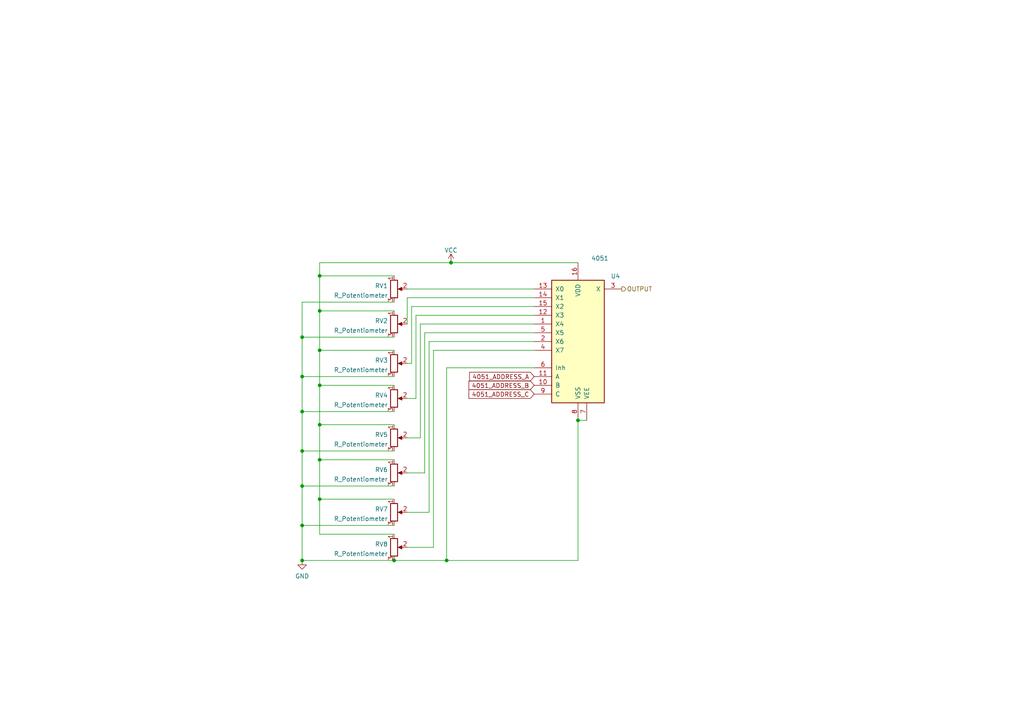
<source format=kicad_sch>
(kicad_sch (version 20211123) (generator eeschema)
  (paper "A4")
  (lib_symbols
    (symbol "4xxx:4051" (pin_names (offset 1.016))
      (property "Reference" "U" (at -7.62 19.05 0))
      (property "Value" "4051" (at -7.62 -19.05 0))
      (symbol "4051_1_0"
        (pin passive line (at -12.7 5.08 0) (length 5.08) (name "X4") (number "1"))
        (pin input line (at -12.7 -12.7 0) (length 5.08) (name "B") (number "10"))
        (pin input line (at -12.7 -10.16 0) (length 5.08) (name "A") (number "11"))
        (pin passive line (at -12.7 7.62 0) (length 5.08) (name "X3") (number "12"))
        (pin passive line (at -12.7 15.24 0) (length 5.08) (name "X0") (number "13"))
        (pin passive line (at -12.7 12.7 0) (length 5.08) (name "X1") (number "14"))
        (pin passive line (at -12.7 10.16 0) (length 5.08) (name "X2") (number "15"))
        (pin power_in line (at 0 22.86 270) (length 5.08) (name "VDD") (number "16"))
        (pin passive line (at -12.7 0 0) (length 5.08) (name "X6") (number "2"))
        (pin passive line (at 12.7 15.24 180) (length 5.08) (name "X") (number "3"))
        (pin passive line (at -12.7 -2.54 0) (length 5.08) (name "X7") (number "4"))
        (pin passive line (at -12.7 2.54 0) (length 5.08) (name "X5") (number "5"))
        (pin input line (at -12.7 -7.62 0) (length 5.08) (name "Inh") (number "6"))
        (pin power_in line (at 2.54 -22.86 90) (length 5.08) (name "VEE") (number "7"))
        (pin power_in line (at 0 -22.86 90) (length 5.08) (name "VSS") (number "8"))
        (pin input line (at -12.7 -15.24 0) (length 5.08) (name "C") (number "9"))
      )
      (symbol "4051_1_1"
        (rectangle (start -7.62 17.78) (end 7.62 -17.78) (stroke (width 0.254)) (fill (type background)))
      )
    )
    (symbol "Device:R_Potentiometer" (pin_names (offset 1.016) hide)
      (property "Reference" "RV" (at -4.445 0 90))
      (property "Value" "R_Potentiometer" (at -2.54 0 90))
      (symbol "R_Potentiometer_0_1"
        (polyline (pts (xy 2.54 0) (xy 1.524 0)))
        (polyline (pts (xy 1.143 0) (xy 2.286 0.508) (xy 2.286 -0.508) (xy 1.143 0)) (fill (type outline)))
        (rectangle (start 1.016 2.54) (end -1.016 -2.54) (stroke (width 0.254)))
      )
      (symbol "R_Potentiometer_1_1"
        (pin passive line (at 0 3.81 270) (length 1.27) (name "1") (number "1"))
        (pin passive line (at 3.81 0 180) (length 1.27) (name "2") (number "2"))
        (pin passive line (at 0 -3.81 90) (length 1.27) (name "3") (number "3"))
      )
    )
    (symbol "power:GND" (power) (pin_names (offset 0))
      (property "Value" "GND" (at 0 -3.81 0))
      (symbol "GND_0_1"
        (polyline (pts (xy 0 0) (xy 0 -1.27) (xy 1.27 -1.27) (xy 0 -2.54) (xy -1.27 -1.27) (xy 0 -1.27)))
      )
      (symbol "GND_1_1"
        (pin power_in line (at 0 0 270) (length 0) hide (name "GND") (number "1"))
      )
    )
    (symbol "power:VCC" (power) (pin_names (offset 0))
      (property "Value" "VCC" (at 0 3.81 0))
      (symbol "VCC_0_1"
        (polyline (pts (xy -0.762 1.27) (xy 0 2.54)))
        (polyline (pts (xy 0 0) (xy 0 2.54)))
        (polyline (pts (xy 0 2.54) (xy 0.762 1.27)))
      )
      (symbol "VCC_1_1"
        (pin power_in line (at 0 0 90) (length 0) hide (name "VCC") (number "1"))
      )
    )
  )
  (junction (at 167.64 121.92))
  (junction (at 92.71 80.01))
  (junction (at 87.63 119.38))
  (junction (at 92.71 133.35))
  (junction (at 129.54 162.56))
  (junction (at 92.71 123.19))
  (junction (at 87.63 109.22))
  (junction (at 130.81 76.2))
  (junction (at 92.71 101.6))
  (junction (at 92.71 111.76))
  (junction (at 87.63 97.79))
  (junction (at 92.71 144.78))
  (junction (at 87.63 162.56))
  (junction (at 87.63 140.97))
  (junction (at 114.3 162.56))
  (junction (at 87.63 152.4))
  (junction (at 87.63 130.81))
  (junction (at 92.71 90.17))
  (wire (pts (xy 123.19 137.16) (xy 118.11 137.16)))
  (wire (pts (xy 114.3 97.79) (xy 87.63 97.79)))
  (wire (pts (xy 114.3 133.35) (xy 92.71 133.35)))
  (wire (pts (xy 92.71 144.78) (xy 92.71 133.35)))
  (wire (pts (xy 87.63 87.63) (xy 87.63 97.79)))
  (wire (pts (xy 154.94 91.44) (xy 120.65 91.44)))
  (wire (pts (xy 125.73 101.6) (xy 125.73 158.75)))
  (wire (pts (xy 92.71 101.6) (xy 92.71 90.17)))
  (wire (pts (xy 87.63 162.56) (xy 114.3 162.56)))
  (wire (pts (xy 114.3 152.4) (xy 87.63 152.4)))
  (wire (pts (xy 87.63 119.38) (xy 87.63 130.81)))
  (wire (pts (xy 125.73 158.75) (xy 118.11 158.75)))
  (wire (pts (xy 154.94 106.68) (xy 129.54 106.68)))
  (wire (pts (xy 87.63 152.4) (xy 87.63 162.56)))
  (wire (pts (xy 92.71 90.17) (xy 92.71 80.01)))
  (wire (pts (xy 123.19 96.52) (xy 123.19 137.16)))
  (wire (pts (xy 167.64 76.2) (xy 130.81 76.2)))
  (wire (pts (xy 121.92 93.98) (xy 121.92 127)))
  (wire (pts (xy 124.46 99.06) (xy 124.46 148.59)))
  (wire (pts (xy 114.3 101.6) (xy 92.71 101.6)))
  (wire (pts (xy 154.94 99.06) (xy 124.46 99.06)))
  (wire (pts (xy 114.3 140.97) (xy 87.63 140.97)))
  (wire (pts (xy 129.54 106.68) (xy 129.54 162.56)))
  (wire (pts (xy 154.94 88.9) (xy 119.38 88.9)))
  (wire (pts (xy 87.63 109.22) (xy 87.63 119.38)))
  (wire (pts (xy 92.71 123.19) (xy 92.71 111.76)))
  (wire (pts (xy 92.71 111.76) (xy 92.71 101.6)))
  (wire (pts (xy 167.64 121.92) (xy 170.18 121.92)))
  (wire (pts (xy 129.54 162.56) (xy 167.64 162.56)))
  (wire (pts (xy 119.38 88.9) (xy 119.38 105.41)))
  (wire (pts (xy 118.11 83.82) (xy 154.94 83.82)))
  (wire (pts (xy 87.63 130.81) (xy 87.63 140.97)))
  (wire (pts (xy 154.94 96.52) (xy 123.19 96.52)))
  (wire (pts (xy 120.65 115.57) (xy 118.11 115.57)))
  (wire (pts (xy 114.3 123.19) (xy 92.71 123.19)))
  (wire (pts (xy 118.11 86.36) (xy 118.11 93.98)))
  (wire (pts (xy 87.63 140.97) (xy 87.63 152.4)))
  (wire (pts (xy 92.71 76.2) (xy 92.71 80.01)))
  (wire (pts (xy 119.38 105.41) (xy 118.11 105.41)))
  (wire (pts (xy 92.71 80.01) (xy 114.3 80.01)))
  (wire (pts (xy 92.71 133.35) (xy 92.71 123.19)))
  (wire (pts (xy 120.65 91.44) (xy 120.65 115.57)))
  (wire (pts (xy 114.3 111.76) (xy 92.71 111.76)))
  (wire (pts (xy 124.46 148.59) (xy 118.11 148.59)))
  (wire (pts (xy 114.3 162.56) (xy 129.54 162.56)))
  (wire (pts (xy 87.63 97.79) (xy 87.63 109.22)))
  (wire (pts (xy 130.81 76.2) (xy 92.71 76.2)))
  (wire (pts (xy 121.92 127) (xy 118.11 127)))
  (wire (pts (xy 167.64 162.56) (xy 167.64 121.92)))
  (wire (pts (xy 114.3 90.17) (xy 92.71 90.17)))
  (wire (pts (xy 114.3 119.38) (xy 87.63 119.38)))
  (wire (pts (xy 114.3 109.22) (xy 87.63 109.22)))
  (wire (pts (xy 114.3 144.78) (xy 92.71 144.78)))
  (wire (pts (xy 114.3 154.94) (xy 92.71 154.94)))
  (wire (pts (xy 154.94 93.98) (xy 121.92 93.98)))
  (wire (pts (xy 154.94 101.6) (xy 125.73 101.6)))
  (wire (pts (xy 114.3 87.63) (xy 87.63 87.63)))
  (wire (pts (xy 114.3 130.81) (xy 87.63 130.81)))
  (wire (pts (xy 154.94 86.36) (xy 118.11 86.36)))
  (wire (pts (xy 92.71 154.94) (xy 92.71 144.78)))
  (global_label "4051_ADDRESS_C" (shape input) (at 154.94 114.3 180) (property "Intersheet References" "${INTERSHEET_REFS}" (effects hide)))
  (global_label "4051_ADDRESS_B" (shape input) (at 154.94 111.76 180) (property "Intersheet References" "${INTERSHEET_REFS}" (effects hide)))
  (global_label "4051_ADDRESS_A" (shape input) (at 154.94 109.22 180) (property "Intersheet References" "${INTERSHEET_REFS}" (effects hide)))
  (hierarchical_label "OUTPUT" (shape output) (at 180.34 83.82 0))
  (symbol (lib_id "Device:R_Potentiometer") (at 114.3 137.16 0)
    (property "Reference" "RV6" (at 112.5221 136.2515 0) (effects (justify right)))
    (property "Value" "R_Potentiometer" (at 112.5221 139.0266 0) (effects (justify right)))
    (property "Footprint" "Potentiometer_THT:Potentiometer_Alps_RK09K_Single_Vertical" (effects hide))
  )
  (symbol (lib_id "Device:R_Potentiometer") (at 114.3 158.75 0)
    (property "Reference" "RV8" (at 112.5221 157.8415 0) (effects (justify right)))
    (property "Value" "R_Potentiometer" (at 112.5221 160.6166 0) (effects (justify right)))
    (property "Footprint" "Potentiometer_THT:Potentiometer_Alps_RK09K_Single_Vertical" (effects hide))
  )
  (symbol (lib_id "Device:R_Potentiometer") (at 114.3 93.98 0)
    (property "Reference" "RV2" (at 112.5221 93.0715 0) (effects (justify right)))
    (property "Value" "R_Potentiometer" (at 112.5221 95.8466 0) (effects (justify right)))
    (property "Footprint" "Potentiometer_THT:Potentiometer_Alps_RK09K_Single_Vertical" (effects hide))
  )
  (symbol (lib_id "Device:R_Potentiometer") (at 114.3 105.41 0)
    (property "Reference" "RV3" (at 112.5221 104.5015 0) (effects (justify right)))
    (property "Value" "R_Potentiometer" (at 112.5221 107.2766 0) (effects (justify right)))
    (property "Footprint" "Potentiometer_THT:Potentiometer_Alps_RK09K_Single_Vertical" (effects hide))
  )
  (symbol (lib_id "power:GND") (at 87.63 162.56 0)
    (property "Reference" "#PWR012" (effects hide))
    (property "Value" "GND" (at 87.63 167.1225 0))
  )
  (symbol (lib_id "power:VCC") (at 130.81 76.2 0)
    (property "Reference" "#PWR013" (effects hide))
    (property "Value" "VCC" (at 130.81 72.5955 0))
  )
  (symbol (lib_id "Device:R_Potentiometer") (at 114.3 127 0)
    (property "Reference" "RV5" (at 112.5221 126.0915 0) (effects (justify right)))
    (property "Value" "R_Potentiometer" (at 112.5221 128.8666 0) (effects (justify right)))
    (property "Footprint" "Potentiometer_THT:Potentiometer_Alps_RK09K_Single_Vertical" (effects hide))
  )
  (symbol (lib_id "Device:R_Potentiometer") (at 114.3 83.82 0)
    (property "Reference" "RV1" (at 112.5221 82.9115 0) (effects (justify right)))
    (property "Value" "R_Potentiometer" (at 112.5221 85.6866 0) (effects (justify right)))
    (property "Footprint" "Potentiometer_THT:Potentiometer_Alps_RK09K_Single_Vertical" (effects hide))
  )
  (symbol (lib_id "Device:R_Potentiometer") (at 114.3 148.59 0)
    (property "Reference" "RV7" (at 112.5221 147.6815 0) (effects (justify right)))
    (property "Value" "R_Potentiometer" (at 112.5221 150.4566 0) (effects (justify right)))
    (property "Footprint" "Potentiometer_THT:Potentiometer_Alps_RK09K_Single_Vertical" (effects hide))
  )
  (symbol (lib_id "4xxx:4051") (at 167.64 99.06 0)
    (property "Reference" "U4" (at 178.5204 80.0948 0))
    (property "Value" "4051" (at 173.99 74.93 0))
    (property "Footprint" "Package_SO:SOIC-16_3.9x9.9mm_P1.27mm" (effects hide))
    (property "Datasheet" "http://www.intersil.com/content/dam/Intersil/documents/cd40/cd4051bms-52bms-53bms.pdf" (effects hide))
  )
  (symbol (lib_id "Device:R_Potentiometer") (at 114.3 115.57 0)
    (property "Reference" "RV4" (at 112.5221 114.6615 0) (effects (justify right)))
    (property "Value" "R_Potentiometer" (at 112.5221 117.4366 0) (effects (justify right)))
    (property "Footprint" "Potentiometer_THT:Potentiometer_Alps_RK09K_Single_Vertical" (effects hide))
  )
)
</source>
